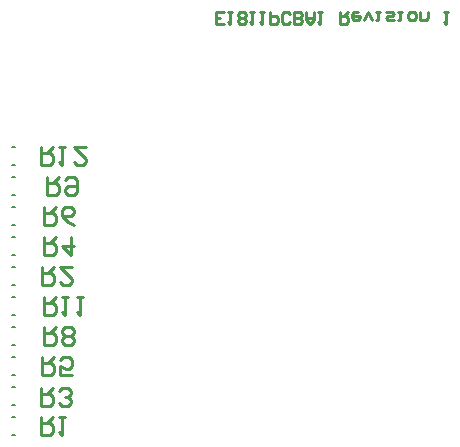
<source format=gbo>
G04*
G04 #@! TF.GenerationSoftware,Altium Limited,Altium Designer,20.0.14 (345)*
G04*
G04 Layer_Color=32896*
%FSLAX25Y25*%
%MOIN*%
G70*
G01*
G75*
%ADD10C,0.01000*%
%ADD24C,0.00591*%
D10*
X103166Y145000D02*
X100500D01*
Y148999D01*
X103166D01*
X100500Y146999D02*
X101833D01*
X104499Y148999D02*
X105832D01*
X105165D01*
Y145000D01*
X104499Y145666D01*
X107831D02*
X108497Y145000D01*
X109830D01*
X110497Y145666D01*
Y146333D01*
X109830Y146999D01*
X110497Y147666D01*
Y148332D01*
X109830Y148999D01*
X108497D01*
X107831Y148332D01*
Y147666D01*
X108497Y146999D01*
X107831Y146333D01*
Y145666D01*
X108497Y146999D02*
X109830D01*
X111830Y148999D02*
X113163D01*
X112496D01*
Y145000D01*
X111830Y145666D01*
X115162Y148999D02*
X116495D01*
X115828D01*
Y145000D01*
X115162Y145666D01*
X118494Y148999D02*
Y145000D01*
X120494D01*
X121160Y145666D01*
Y146999D01*
X120494Y147666D01*
X118494D01*
X125159Y145666D02*
X124492Y145000D01*
X123159D01*
X122493Y145666D01*
Y148332D01*
X123159Y148999D01*
X124492D01*
X125159Y148332D01*
X126492Y145000D02*
Y148999D01*
X128491D01*
X129157Y148332D01*
Y147666D01*
X128491Y146999D01*
X126492D01*
X128491D01*
X129157Y146333D01*
Y145666D01*
X128491Y145000D01*
X126492D01*
X130490Y148999D02*
Y146333D01*
X131823Y145000D01*
X133156Y146333D01*
Y148999D01*
Y146999D01*
X130490D01*
X134489Y148999D02*
X135822D01*
X135155D01*
Y145000D01*
X134489Y145666D01*
X141820Y148999D02*
Y145000D01*
X143819D01*
X144486Y145666D01*
Y146999D01*
X143819Y147666D01*
X141820D01*
X143153D02*
X144486Y148999D01*
X147818D02*
X146485D01*
X145819Y148332D01*
Y146999D01*
X146485Y146333D01*
X147818D01*
X148485Y146999D01*
Y147666D01*
X145819D01*
X149817Y146333D02*
X151150Y148999D01*
X152483Y146333D01*
X153816Y148999D02*
X155149D01*
X154483D01*
Y146333D01*
X153816D01*
X157148Y148999D02*
X159148D01*
X159814Y148332D01*
X159148Y147666D01*
X157815D01*
X157148Y146999D01*
X157815Y146333D01*
X159814D01*
X161147Y148999D02*
X162480D01*
X161814D01*
Y146333D01*
X161147D01*
X165146Y148999D02*
X166479D01*
X167145Y148332D01*
Y146999D01*
X166479Y146333D01*
X165146D01*
X164479Y146999D01*
Y148332D01*
X165146Y148999D01*
X168478D02*
Y146333D01*
X170477D01*
X171144Y146999D01*
Y148999D01*
X176476D02*
X177808D01*
X177142D01*
Y145000D01*
X176476Y145666D01*
X42002Y103999D02*
X42002Y98001D01*
X45002Y98001D01*
X46001Y99001D01*
X46001Y101000D01*
X45002Y102000D01*
X42002Y102000D01*
X44002Y102000D02*
X46001Y103999D01*
X48000Y103999D02*
X50000Y103999D01*
X49000Y103999D01*
X49000Y98001D01*
X48000Y99001D01*
X56998Y103999D02*
X52999Y103999D01*
X56998Y100000D01*
X56998Y99001D01*
X55998Y98001D01*
X53999Y98001D01*
X52999Y99001D01*
X43002Y53999D02*
Y48001D01*
X46001D01*
X47001Y49001D01*
Y51000D01*
X46001Y52000D01*
X43002D01*
X45002D02*
X47001Y53999D01*
X49000D02*
X50999D01*
X50000D01*
Y48001D01*
X49000Y49001D01*
X53999Y53999D02*
X55998D01*
X54998D01*
Y48001D01*
X53999Y49001D01*
X44002Y93999D02*
Y88001D01*
X47001D01*
X48000Y89001D01*
Y91000D01*
X47001Y92000D01*
X44002D01*
X46001D02*
X48000Y93999D01*
X50000Y92999D02*
X50999Y93999D01*
X52999D01*
X53998Y92999D01*
Y89001D01*
X52999Y88001D01*
X50999D01*
X50000Y89001D01*
Y90000D01*
X50999Y91000D01*
X53998D01*
X43011Y44015D02*
X42992Y38017D01*
X45991Y38007D01*
X46994Y39004D01*
X47000Y41003D01*
X46004Y42006D01*
X43005Y42015D01*
X45004Y42009D02*
X47010Y44002D01*
X48993Y38998D02*
X49990Y37995D01*
X51989Y37988D01*
X52992Y38985D01*
X52995Y39985D01*
X51999Y40988D01*
X53001Y41984D01*
X53005Y42984D01*
X52008Y43986D01*
X50009Y43993D01*
X49006Y42996D01*
X49003Y41996D01*
X49999Y40994D01*
X48997Y39997D01*
X48993Y38998D01*
X49999Y40994D02*
X51999Y40988D01*
X43035Y84054D02*
X42969Y78056D01*
X45968Y78023D01*
X46979Y79012D01*
X47000Y81011D01*
X46012Y82021D01*
X43013Y82054D01*
X45012Y82032D02*
X47033Y84010D01*
X52965Y77947D02*
X50977Y78968D01*
X49000Y80989D01*
X49022Y82988D01*
X50032Y83977D01*
X52031Y83955D01*
X53020Y82945D01*
X53009Y81945D01*
X51999Y80956D01*
X49000Y80989D01*
X42534Y34052D02*
X42470Y28054D01*
X45469Y28022D01*
X46479Y29011D01*
X46500Y31010D01*
X45511Y32021D01*
X42513Y32052D01*
X44512Y32031D02*
X46532Y34009D01*
X52466Y27948D02*
X48468Y27991D01*
X48500Y30989D01*
X50488Y29969D01*
X51488Y29958D01*
X52498Y30947D01*
X52519Y32946D01*
X51530Y33957D01*
X49531Y33978D01*
X48521Y32989D01*
X43002Y73999D02*
Y68001D01*
X46001D01*
X47000Y69001D01*
Y71000D01*
X46001Y72000D01*
X43002D01*
X45001D02*
X47000Y73999D01*
X51999D02*
Y68001D01*
X49000Y71000D01*
X52998D01*
X42261Y23499D02*
Y17501D01*
X45261D01*
X46260Y18501D01*
Y20500D01*
X45261Y21500D01*
X42261D01*
X44261D02*
X46260Y23499D01*
X48259Y18501D02*
X49259Y17501D01*
X51259D01*
X52258Y18501D01*
Y19500D01*
X51259Y20500D01*
X50259D01*
X51259D01*
X52258Y21500D01*
Y22499D01*
X51259Y23499D01*
X49259D01*
X48259Y22499D01*
X42502Y63999D02*
Y58001D01*
X45501D01*
X46500Y59001D01*
Y61000D01*
X45501Y62000D01*
X42502D01*
X44501D02*
X46500Y63999D01*
X52498D02*
X48500D01*
X52498Y60000D01*
Y59001D01*
X51499Y58001D01*
X49499D01*
X48500Y59001D01*
X42001Y13999D02*
Y8001D01*
X45000D01*
X46000Y9001D01*
Y11000D01*
X45000Y12000D01*
X42001D01*
X44001D02*
X46000Y13999D01*
X47999D02*
X49999D01*
X48999D01*
Y8001D01*
X47999Y9001D01*
D24*
X32409Y28047D02*
X33591D01*
X32409Y33953D02*
X33591D01*
X32409Y98047D02*
X33591D01*
X32409Y103953D02*
X33591D01*
X32409Y88047D02*
X33591D01*
X32409Y93953D02*
X33591D01*
X32409Y78047D02*
X33591D01*
X32409Y83953D02*
X33591D01*
X32409Y68047D02*
X33590D01*
X32409Y73953D02*
X33590D01*
X32409Y58047D02*
X33591D01*
X32409Y63953D02*
X33591D01*
X32409Y48047D02*
X33591D01*
X32409Y53953D02*
X33591D01*
X32409Y18047D02*
X33591D01*
X32409Y23953D02*
X33591D01*
X32409Y38047D02*
X33591D01*
X32409Y43953D02*
X33591D01*
X32409Y8047D02*
X33591D01*
X32409Y13953D02*
X33591D01*
M02*

</source>
